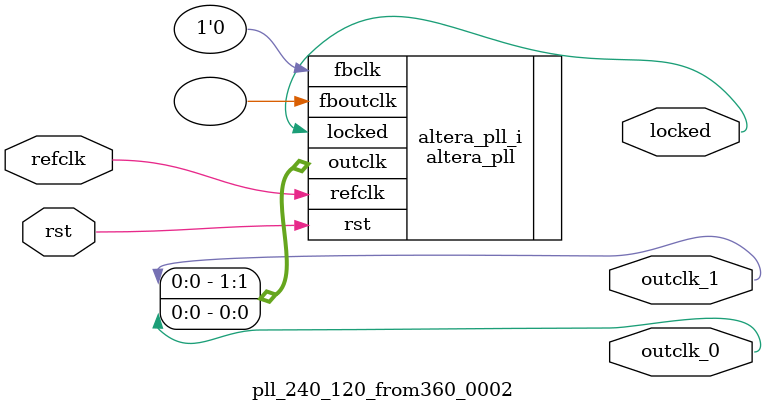
<source format=v>
`timescale 1ns/10ps
module  pll_240_120_from360_0002(

	// interface 'refclk'
	input wire refclk,

	// interface 'reset'
	input wire rst,

	// interface 'outclk0'
	output wire outclk_0,

	// interface 'outclk1'
	output wire outclk_1,

	// interface 'locked'
	output wire locked
);

	altera_pll #(
		.fractional_vco_multiplier("false"),
		.reference_clock_frequency("360.0 MHz"),
		.operation_mode("direct"),
		.number_of_clocks(2),
		.output_clock_frequency0("240.000000 MHz"),
		.phase_shift0("0 ps"),
		.duty_cycle0(50),
		.output_clock_frequency1("120.000000 MHz"),
		.phase_shift1("0 ps"),
		.duty_cycle1(50),
		.output_clock_frequency2("0 MHz"),
		.phase_shift2("0 ps"),
		.duty_cycle2(50),
		.output_clock_frequency3("0 MHz"),
		.phase_shift3("0 ps"),
		.duty_cycle3(50),
		.output_clock_frequency4("0 MHz"),
		.phase_shift4("0 ps"),
		.duty_cycle4(50),
		.output_clock_frequency5("0 MHz"),
		.phase_shift5("0 ps"),
		.duty_cycle5(50),
		.output_clock_frequency6("0 MHz"),
		.phase_shift6("0 ps"),
		.duty_cycle6(50),
		.output_clock_frequency7("0 MHz"),
		.phase_shift7("0 ps"),
		.duty_cycle7(50),
		.output_clock_frequency8("0 MHz"),
		.phase_shift8("0 ps"),
		.duty_cycle8(50),
		.output_clock_frequency9("0 MHz"),
		.phase_shift9("0 ps"),
		.duty_cycle9(50),
		.output_clock_frequency10("0 MHz"),
		.phase_shift10("0 ps"),
		.duty_cycle10(50),
		.output_clock_frequency11("0 MHz"),
		.phase_shift11("0 ps"),
		.duty_cycle11(50),
		.output_clock_frequency12("0 MHz"),
		.phase_shift12("0 ps"),
		.duty_cycle12(50),
		.output_clock_frequency13("0 MHz"),
		.phase_shift13("0 ps"),
		.duty_cycle13(50),
		.output_clock_frequency14("0 MHz"),
		.phase_shift14("0 ps"),
		.duty_cycle14(50),
		.output_clock_frequency15("0 MHz"),
		.phase_shift15("0 ps"),
		.duty_cycle15(50),
		.output_clock_frequency16("0 MHz"),
		.phase_shift16("0 ps"),
		.duty_cycle16(50),
		.output_clock_frequency17("0 MHz"),
		.phase_shift17("0 ps"),
		.duty_cycle17(50),
		.pll_type("General"),
		.pll_subtype("General")
	) altera_pll_i (
		.rst	(rst),
		.outclk	({outclk_1, outclk_0}),
		.locked	(locked),
		.fboutclk	( ),
		.fbclk	(1'b0),
		.refclk	(refclk)
	);
endmodule


</source>
